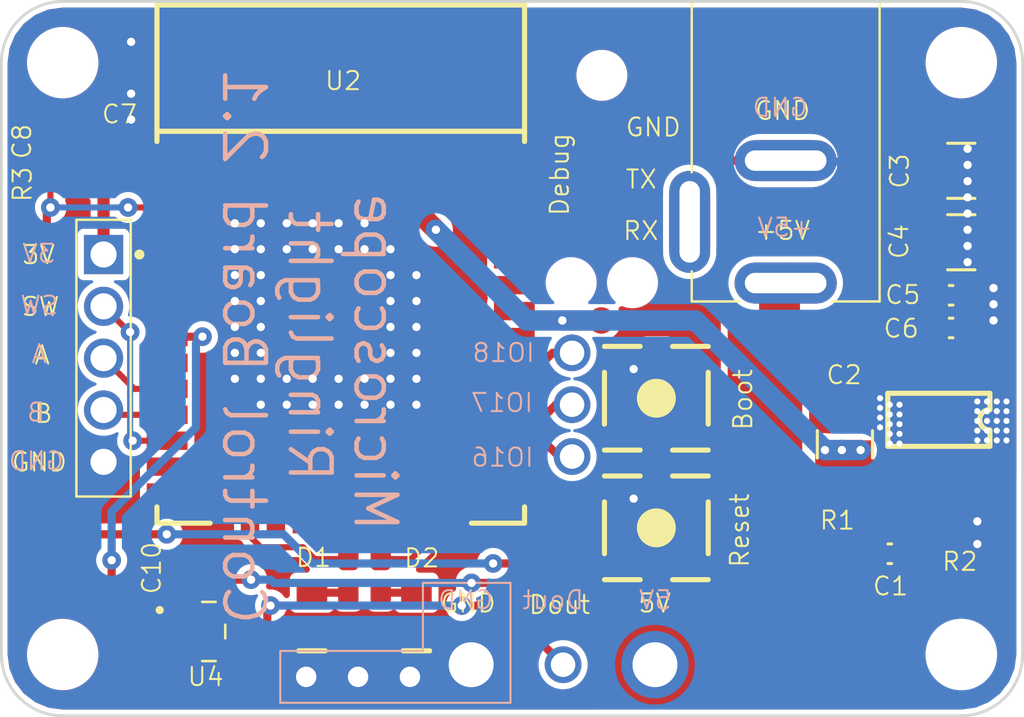
<source format=kicad_pcb>
(kicad_pcb (version 20241229) (generator "pcbnew") (generator_version "9.0")
  (layers (0 "F.Cu" signal) (2 "B.Cu" signal) (13 "F.Paste" user) (15 "B.Paste" user) (5 "F.SilkS" user "F.Silkscreen") (7 "B.SilkS" user "B.Silkscreen") (1 "F.Mask" user) (3 "B.Mask" user) (25 "Edge.Cuts" user))
  (net 0 "")
  (net 1 "3.3V")
  (net 2 "5V")
  (net 3 "GND")
  (net 4 "Net_0")
  (net 5 "Net_1")
  (net 6 "Net_2")
  (net 7 "Net_3")
  (net 8 "Net_6")
  (net 9 "Net_7")
  (net 10 "Net_8")
  (net 11 "Net_10")
  (net 12 "Net_11")
  (net 13 "Net_12")
  (net 14 "Net_13")
  (net 15 "Net_14")
  (net 16 "Net_18")
  (net 17 "Net_19")
  (net 18 "Net_20")
  (net 19 "Net_21")
  (net 20 "RX")
  (net 21 "TX")
  (footprint "CUI_PJ-035DH" (layer "F.Cu") (at 160.301033 98.303567 -90)
    (property "Reference" "J3" (hide yes))
    (property "Value" "694108301002" (hide yes))
  )
  (footprint "Pad" (layer "F.Cu") (at 143.5036 120.5986)
    (property "Reference" "Pad1" (hide yes))
    (property "Value" "PAD" (hide yes))
  )
  (footprint "Test_Pads_3_Pin" (layer "F.Cu") (at 152.9011 96.2036 90)
    (property "Reference" "J1" (hide yes))
    (property "Value" "DEBUG" (hide yes))
  )
  (footprint "SOT95P280X145-5N" (layer "F.Cu") (at 133.6611 118.3761)
    (property "Reference" "U4" (hide yes))
    (property "Value" "SN74AHCT1G125DBVR" (hide yes))
  )
  (footprint "dummyfp2" (layer "F.Cu") (at 126.5011 90.5036)
    (property "Reference" "UNK_HOLE_2" (hide yes))
    (property "Value" "")
  )
  (footprint "DIO_0805" (layer "F.Cu") (at 138.704867 117.4236 90)
    (property "Reference" "D1" (hide yes))
    (property "Value" "WiFi" (hide yes))
  )
  (footprint "RES_0603_R6" (layer "F.Cu") (at 142.074833 115.677367 -90)
    (property "Reference" "R7" (hide yes))
    (property "Value" "220R" (hide yes))
  )
  (footprint "SMD_R1.3x1.3" (layer "F.Cu") (at 152.869833 103.1361 90)
    (property "Reference" "TP1" (hide yes))
    (property "Value" "3V3" (hide yes))
  )
  (footprint "dummyfp3" (layer "F.Cu") (at 170.5011 119.5036)
    (property "Reference" "UNK_HOLE_3" (hide yes))
    (property "Value" "")
  )
  (footprint "CAP_1210_M_C3" (layer "F.Cu") (at 170.5011 95.8036)
    (property "Reference" "C3" (hide yes))
    (property "Value" "22uF" (hide yes))
  )
  (footprint "CAP_0603_M_C6" (layer "F.Cu") (at 170.0011 103.5036 -179.9987372)
    (property "Reference" "C6" (hide yes))
    (property "Value" "10nF" (hide yes))
  )
  (footprint "Pad" (layer "F.Cu") (at 140.9636 120.5986)
    (property "Reference" "Pad2" (hide yes))
    (property "Value" "PAD" (hide yes))
  )
  (footprint "SOIC-8EP_150mil" (layer "F.Cu") (at 169.4011 108.0036 -89.99852679)
    (property "Reference" "U1" (hide yes))
    (property "Value" "LP3878MR-ADJ" (hide yes))
  )
  (footprint "CAP_0603_C10" (layer "F.Cu") (at 133.502367 115.8361 180)
    (property "Reference" "C10" (hide yes))
    (property "Value" "100nF" (hide yes))
  )
  (footprint "Lead_2.00mm" (layer "F.Cu") (at 146.5011 120.0036 90)
    (property "Reference" "GND0" (hide yes))
    (property "Value" "SMD/RREC2.0X4.0" (hide yes))
  )
  (footprint "Lead_1.00mm_IO16" (layer "F.Cu") (at 151.4411 109.8036 90)
    (property "Reference" "IO16" (hide yes))
    (property "Value" "SMD/RREC2.0X4.0" (hide yes))
  )
  (footprint "ESP32-WROOM-32D" (layer "F.Cu") (at 140.1161 103.4686)
    (property "Reference" "U2" (hide yes))
    (property "Value" "ESP32-WROOM-32D" (hide yes))
  )
  (footprint "Lead_2.00mm" (layer "F.Cu") (at 155.5011 120.0036 90)
    (property "Reference" "V+0" (hide yes))
    (property "Value" "SMD/RREC2.0X4.0" (hide yes))
  )
  (footprint "CAP_0603_M" (layer "F.Cu") (at 166.9986 114.5661)
    (property "Reference" "C1" (hide yes))
    (property "Value" "100nF" (hide yes))
  )
  (footprint "CAP_1210_M" (layer "F.Cu") (at 164.8011 109.2036 90.0010523)
    (property "Reference" "C2" (hide yes))
    (property "Value" "47uF" (hide yes))
  )
  (footprint "CAP_0603_M_C5" (layer "F.Cu") (at 170.0011 101.9036 0.00336734678)
    (property "Reference" "C5" (hide yes))
    (property "Value" "100nF" (hide yes))
  )
  (footprint "dummyfp0" (layer "F.Cu") (at 170.5011 90.5036)
    (property "Reference" "UNK_HOLE_0" (hide yes))
    (property "Value" "")
  )
  (footprint "CAP_0603" (layer "F.Cu") (at 129.3011 95.4036 90.00189413)
    (property "Reference" "C7" (hide yes))
    (property "Value" "100nF" (hide yes))
  )
  (footprint "dummyfp1" (layer "F.Cu") (at 126.5011 119.5036)
    (property "Reference" "UNK_HOLE_1" (hide yes))
    (property "Value" "")
  )
  (footprint "RES_0603_R6" (layer "F.Cu") (at 140.487333 115.677367 -90)
    (property "Reference" "R6" (hide yes))
    (property "Value" "220R" (hide yes))
  )
  (footprint "Lead_1.00mm" (layer "F.Cu") (at 151.0011 120.0036 90)
    (property "Reference" "DOUT0" (hide yes))
    (property "Value" "SMD/RREC2.0X4.0" (hide yes))
  )
  (footprint "CAP_1210_M_C3" (layer "F.Cu") (at 170.5011 99.3036)
    (property "Reference" "C4" (hide yes))
    (property "Value" "22uF" (hide yes))
  )
  (footprint "Lead_1.00mm_IO16" (layer "F.Cu") (at 151.4411 104.7236 90)
    (property "Reference" "IO18" (hide yes))
    (property "Value" "SMD/RREC2.0X4.0" (hide yes))
  )
  (footprint "EVQPT9A15_S2" (layer "F.Cu") (at 155.5686 106.9461 -89.99768495)
    (property "Reference" "S2" (hide yes))
    (property "Value" "BOOT" (hide yes))
  )
  (footprint "RES_0603" (layer "F.Cu") (at 166.9986 112.9786 180)
    (property "Reference" "R1" (hide yes))
    (property "Value" "2K" (hide yes))
  )
  (footprint "Lead_1.00mm_IO16" (layer "F.Cu") (at 151.4411 107.2636 90)
    (property "Reference" "IO17" (hide yes))
    (property "Value" "SMD/RREC2.0X4.0" (hide yes))
  )
  (footprint "RHDRV5W80P254_5X1_1320X250H875_AP1" (layer "F.Cu") (at 128.501233 99.9036 -90)
    (property "Reference" "J2" (hide yes))
    (property "Value" "ROTARY ENCODER" (hide yes))
  )
  (footprint "DIO_0805" (layer "F.Cu") (at 143.8211 117.4236 90)
    (property "Reference" "D2" (hide yes))
    (property "Value" "Power" (hide yes))
  )
  (footprint "Pad" (layer "F.Cu") (at 138.4236 120.5986)
    (property "Reference" "Pad3" (hide yes))
    (property "Value" "PAD" (hide yes))
  )
  (footprint "RES_0603_R3" (layer "F.Cu") (at 126.7011 96.3036 0.00252550988)
    (property "Reference" "R3" (hide yes))
    (property "Value" "10K" (hide yes))
  )
  (footprint "EVQPT9A15" (layer "F.Cu") (at 155.5686 113.2961 90)
    (property "Reference" "S1" (hide yes))
    (property "Value" "RESET" (hide yes))
  )
  (footprint "RES_0603_R2" (layer "F.Cu") (at 170.4911 112.9786 -179.9987372)
    (property "Reference" "R2" (hide yes))
    (property "Value" "1K" (hide yes))
  )
  (footprint "CAP_0603_C8" (layer "F.Cu") (at 126.7011 94.5036 0.001683672972)
    (property "Reference" "C8" (hide yes))
    (property "Value" "100nF" (hide yes))
  )
  (gr_line (start 137.1541 119.3286) (end 144.1391 119.3286) (stroke (width 0.1)) (layer "B.SilkS"))
  (gr_line (start 148.4251 121.8686) (end 137.1541 121.8686) (stroke (width 0.1)) (layer "B.SilkS"))
  (gr_line (start 144.1391 119.3286) (end 144.1391 115.9946) (stroke (width 0.1)) (layer "B.SilkS"))
  (gr_line (start 144.1391 115.9946) (end 148.4251 115.9946) (stroke (width 0.1)) (layer "B.SilkS"))
  (gr_line (start 137.1541 121.8686) (end 137.1541 119.3286) (stroke (width 0.1)) (layer "B.SilkS"))
  (gr_line (start 148.4251 115.9946) (end 148.4251 121.8686) (stroke (width 0.1)) (layer "B.SilkS"))
  (gr_arc (start 173.501099 119.5036) (mid 172.622433 121.624933) (end 170.5011 122.5036) (stroke (width 0.14)) (layer "Edge.Cuts"))
  (gr_arc (start 126.501099 122.5036) (mid 124.379766 121.624933) (end 123.5011 119.5036) (stroke (width 0.14)) (layer "Edge.Cuts"))
  (gr_arc (start 170.501099 87.5036) (mid 172.622433 88.382266) (end 173.5011 90.5036) (stroke (width 0.14)) (layer "Edge.Cuts"))
  (gr_arc (start 123.501099 90.5036) (mid 124.379766 88.382266) (end 126.5011 87.5036) (stroke (width 0.14)) (layer "Edge.Cuts"))
  (gr_line (start 123.5011 90.5036) (end 123.5011 119.5036) (stroke (width 0.14)) (layer "Edge.Cuts"))
  (gr_line (start 173.5011 119.5036) (end 173.5011 90.5036) (stroke (width 0.14)) (layer "Edge.Cuts"))
  (gr_line (start 126.5011 122.5036) (end 170.5011 122.5036) (stroke (width 0.14)) (layer "Edge.Cuts"))
  (gr_line (start 170.5011 87.5036) (end 126.5011 87.5036) (stroke (width 0.14)) (layer "Edge.Cuts"))
  (gr_text "" (at 149.1161 113.0686 0) (layer "F.SilkS") (effects (font (size 0.001 0.001)) (justify left)))
  (gr_text "" (at 154.6161 114.2486 90) (layer "F.SilkS") (effects (font (size 0.001 0.001)) (justify left)))
  (gr_text "RX" (at 153.875 98.225 0) (layer "F.SilkS") (effects (font (size 0.8883 0.8883) (thickness 0.0987)) (justify left top)))
  (gr_text "" (at 154.7751 109.4866 270.0023151) (layer "F.SilkS") (effects (font (size 0.001 0.001)) (justify left)))
  (gr_text "R3" (at 125.05 97.4 90) (layer "F.SilkS") (effects (font (size 0.8883 0.8883) (thickness 0.0987)) (justify left bottom)))
  (gr_text "" (at 158.1091 109.4866 270.0023151) (layer "F.SilkS") (effects (font (size 0.001 0.001)) (justify left)))
  (gr_text "R2" (at 169.4951 115.4696 0.001262754521) (layer "F.SilkS") (effects (font (size 0.8883 0.8883) (thickness 0.0987)) (justify left bottom)))
  (gr_text "" (at 153.0281 112.0256 90) (layer "F.SilkS") (effects (font (size 0.001 0.001)) (justify left)))
  (gr_text "" (at 153.0281 110.7556 90) (layer "F.SilkS") (effects (font (size 0.001 0.001)) (justify left)))
  (gr_text "" (at 158.1091 115.8366 90) (layer "F.SilkS") (effects (font (size 0.001 0.001)) (justify left)))
  (gr_text "Dout" (at 149.2601 116.5476 0) (layer "F.SilkS") (effects (font (size 0.8883 0.8883) (thickness 0.0987)) (justify left top)))
  (gr_text "C2" (at 163.825 106.325 0) (layer "F.SilkS") (effects (font (size 0.8883 0.8883) (thickness 0.0987)) (justify left bottom)))
  (gr_text "C8" (at 125.025 95.3 90) (layer "F.SilkS") (effects (font (size 0.8883 0.8883) (thickness 0.0987)) (justify left bottom)))
  (gr_text "3V" (at 124.45 99.4 0) (layer "F.SilkS") (effects (font (size 0.8883 0.8883) (thickness 0.0987)) (justify left top)))
  (gr_text "C7" (at 128.35 93.55 0) (layer "F.SilkS") (effects (font (size 0.8883 0.8883) (thickness 0.0987)) (justify left bottom)))
  (gr_text "5V" (at 154.6161 116.4716 0) (layer "F.SilkS") (effects (font (size 0.8883 0.8883) (thickness 0.0987)) (justify left top)))
  (gr_text "" (at 156.3621 110.7556 90) (layer "F.SilkS") (effects (font (size 0.001 0.001)) (justify left)))
  (gr_text "" (at 153.0281 104.4056 270.0023151) (layer "F.SilkS") (effects (font (size 0.001 0.001)) (justify left)))
  (gr_text "" (at 144.4711 119.3226 90) (layer "F.SilkS") (effects (font (size 0.001 0.001)) (justify left)))
  (gr_text "" (at 158.1091 112.0256 90) (layer "F.SilkS") (effects (font (size 0.001 0.001)) (justify left)))
  (gr_text "GND" (at 123.938 109.56 0) (layer "F.SilkS") (effects (font (size 0.8883 0.8883) (thickness 0.0987)) (justify left top)))
  (gr_text "" (at 131.1161 93.8686 0) (layer "F.SilkS") (effects (font (size 0.001 0.001)) (justify left)))
  (gr_text "" (at 154.7751 115.8366 90) (layer "F.SilkS") (effects (font (size 0.001 0.001)) (justify left)))
  (gr_text "" (at 149.1161 93.8686 0) (layer "F.SilkS") (effects (font (size 0.001 0.001)) (justify left)))
  (gr_text "C4" (at 167.975 100.2 90) (layer "F.SilkS") (effects (font (size 0.8883 0.8883) (thickness 0.0987)) (justify left bottom)))
  (gr_text "C10" (at 131.375 116.625 90) (layer "F.SilkS") (effects (font (size 0.8883 0.8883) (thickness 0.0987)) (justify left bottom)))
  (gr_text "SW" (at 124.414 101.94 0) (layer "F.SilkS") (effects (font (size 0.8883 0.8883) (thickness 0.0987)) (justify left top)))
  (gr_text "" (at 156.3621 104.4056 270.0023151) (layer "F.SilkS") (effects (font (size 0.001 0.001)) (justify left)))
  (gr_text "GND" (at 160.3311 92.3406 0) (layer "F.SilkS") (effects (font (size 0.8883 0.8883) (thickness 0.0987)) (justify left top)))
  (gr_text "D1" (at 137.85 115.275 0) (layer "F.SilkS") (effects (font (size 0.8883 0.8883) (thickness 0.0987)) (justify left bottom)))
  (gr_text "" (at 156.5211 105.9936 270.0023151) (layer "F.SilkS") (effects (font (size 0.001 0.001)) (justify left)))
  (gr_text "C5" (at 166.7 102.4 0.003367346778) (layer "F.SilkS") (effects (font (size 0.8883 0.8883) (thickness 0.0987)) (justify left bottom)))
  (gr_text "GND" (at 154 93.15 0) (layer "F.SilkS") (effects (font (size 0.8883 0.8883) (thickness 0.0987)) (justify left top)))
  (gr_text "" (at 171.9011 107.5036 270.0014732) (layer "F.SilkS") (effects (font (size 0.001 0.001)) (justify left)))
  (gr_text "R1" (at 163.5 113.45 0) (layer "F.SilkS") (effects (font (size 0.8883 0.8883) (thickness 0.0987)) (justify left bottom)))
  (gr_text "C6" (at 166.6241 104.05 0.001262754521) (layer "F.SilkS") (effects (font (size 0.8883 0.8883) (thickness 0.0987)) (justify left bottom)))
  (gr_text "" (at 171.9011 107.5036 270.0014732) (layer "F.SilkS") (effects (font (size 0.001 0.001)) (justify left)))
  (gr_text "" (at 153.0281 108.2166 270.0023151) (layer "F.SilkS") (effects (font (size 0.001 0.001)) (justify left)))
  (gr_text "B" (at 125.049 107.179 0) (layer "F.SilkS") (effects (font (size 0.8883 0.8883) (thickness 0.0987)) (justify left top)))
  (gr_text "" (at 149.1161 112.2686 0) (layer "F.SilkS") (effects (font (size 0.001 0.001)) (justify left)))
  (gr_text "TX" (at 154 95.7 0) (layer "F.SilkS") (effects (font (size 0.8883 0.8883) (thickness 0.0987)) (justify left top)))
  (gr_text "U2" (at 139.2791 91.9136 0) (layer "F.SilkS") (effects (font (size 0.8883 0.8883) (thickness 0.0987)) (justify left bottom)))
  (gr_text "GND" (at 144.9321 116.4706 0) (layer "F.SilkS") (effects (font (size 0.8883 0.8883) (thickness 0.0987)) (justify left top)))
  (gr_text "" (at 166.9011 106.7036 270.0014732) (layer "F.SilkS") (effects (font (size 0.001 0.001)) (justify left)))
  (gr_text "C3" (at 168 96.75 90) (layer "F.SilkS") (effects (font (size 0.8883 0.8883) (thickness 0.0987)) (justify left bottom)))
  (gr_text "C1" (at 166.1 116.675 0) (layer "F.SilkS") (effects (font (size 0.8883 0.8883) (thickness 0.0987)) (justify left bottom)))
  (gr_text "" (at 139.3541 119.3226 90) (layer "F.SilkS") (effects (font (size 0.001 0.001)) (justify left)))
  (gr_text "" (at 131.1161 113.0686 0) (layer "F.SilkS") (effects (font (size 0.001 0.001)) (justify left)))
  (gr_text "" (at 131.1161 112.2686 0) (layer "F.SilkS") (effects (font (size 0.001 0.001)) (justify left)))
  (gr_text "D2" (at 143.15 115.3 0) (layer "F.SilkS") (effects (font (size 0.8883 0.8883) (thickness 0.0987)) (justify left bottom)))
  (gr_text "" (at 171.9011 106.7036 270.0014732) (layer "F.SilkS") (effects (font (size 0.001 0.001)) (justify left)))
  (gr_text "A" (at 125.049 104.321 0) (layer "F.SilkS") (effects (font (size 0.8883 0.8883) (thickness 0.0987)) (justify left top)))
  (gr_text "U4" (at 132.5491 120.0756 0) (layer "F.SilkS") (effects (font (size 0.8883 0.8883) (thickness 0.0987)) (justify left top)))
  (gr_text "" (at 171.9011 108.5036 270.0014732) (layer "F.SilkS") (effects (font (size 0.001 0.001)) (justify left)))
  (gr_text "" (at 171.9011 109.3036 270.0014732) (layer "F.SilkS") (effects (font (size 0.001 0.001)) (justify left)))
  (gr_text "+5V" (at 160.3311 98.2146 0) (layer "F.SilkS") (effects (font (size 0.8883 0.8883) (thickness 0.0987)) (justify left top)))
  (gr_text "" (at 131.1161 93.8686 0) (layer "F.SilkS") (effects (font (size 0.001 0.001)) (justify left)))
  (gr_text "" (at 158.1091 108.2156 270.0023151) (layer "F.SilkS") (effects (font (size 0.001 0.001)) (justify left)))
  (gr_text "Microscope \nRinglight\nControl Board 2.1" (at 134.2 104.4 -90) (layer "B.SilkS") (effects (font (size 1.998 1.998) (thickness 0.222)) (justify bottom mirror)))
  (gr_text "SW" (at 126.351 101.88 -360) (layer "B.SilkS") (effects (font (size 0.8883 0.8883) (thickness 0.0987)) (justify left top mirror)))
  (gr_text "A" (at 125.798 104.261 -360) (layer "B.SilkS") (effects (font (size 0.8883 0.8883) (thickness 0.0987)) (justify left top mirror)))
  (gr_text "IO18" (at 149.675 104.2 -360) (layer "B.SilkS") (effects (font (size 0.8883 0.8883) (thickness 0.0987)) (justify left top mirror)))
  (gr_text "IO17" (at 149.6 106.65 -360) (layer "B.SilkS") (effects (font (size 0.8883 0.8883) (thickness 0.0987)) (justify left top mirror)))
  (gr_text "Dout" (at 152.0781 116.3126 -360) (layer "B.SilkS") (effects (font (size 0.8883 0.8883) (thickness 0.0987)) (justify left top mirror)))
  (gr_text "GND" (at 147.6501 116.3126 -360) (layer "B.SilkS") (effects (font (size 0.8883 0.8883) (thickness 0.0987)) (justify left top mirror)))
  (gr_text "+5V" (at 163.2911 98.0566 -360) (layer "B.SilkS") (effects (font (size 0.8883 0.8883) (thickness 0.0987)) (justify left top mirror)))
  (gr_text "GND" (at 126.625 109.5 -360) (layer "B.SilkS") (effects (font (size 0.8883 0.8883) (thickness 0.0987)) (justify left top mirror)))
  (gr_text "3V" (at 126.191 99.34 -360) (layer "B.SilkS") (effects (font (size 0.8883 0.8883) (thickness 0.0987)) (justify left top mirror)))
  (gr_text "5V" (at 156.3871 116.3126 -360) (layer "B.SilkS") (effects (font (size 0.8883 0.8883) (thickness 0.0987)) (justify left top mirror)))
  (gr_text "GND" (at 163.0481 92.1826 -360) (layer "B.SilkS") (effects (font (size 0.8883 0.8883) (thickness 0.0987)) (justify left top mirror)))
  (gr_text "IO16" (at 149.625 109.325 -360) (layer "B.SilkS") (effects (font (size 0.8883 0.8883) (thickness 0.0987)) (justify left top mirror)))
  (gr_text "B" (at 125.7 107.119 -360) (layer "B.SilkS") (effects (font (size 0.8883 0.8883) (thickness 0.0987)) (justify left top mirror)))
  (segment (start 129.376133 96.3286) (end 129.301133 96.2536) (width 0.6) (layer "F.Cu") (net 1))
  (segment (start 142.4111 96.3286) (end 131.6161 96.3286) (width 1) (layer "F.Cu") (net 1))
  (segment (start 152.869833 103.1361) (end 152.869833 103.1361) (width 1) (layer "F.Cu") (net 1))
  (segment (start 144.7736 98.6911) (end 142.4111 96.3286) (width 1) (layer "F.Cu") (net 1))
  (segment (start 128.501233 96.2536) (end 129.301133 96.2536) (width 0.6) (layer "F.Cu") (net 1))
  (segment (start 165.7011 110.7286) (end 164.801133 110.7286) (width 0.4) (layer "F.Cu") (net 1))
  (segment (start 164.826067 110.703633) (end 164.801133 110.7286) (width 0.4) (layer "F.Cu") (net 1))
  (segment (start 164.801133 110.463633) (end 163.8236 109.4861) (width 1) (layer "F.Cu") (net 1))
  (segment (start 166.1486 112.9786) (end 166.1486 111.1761) (width 0.4) (layer "F.Cu") (net 1))
  (segment (start 164.801133 110.7286) (end 165.569833 110.7286) (width 1) (layer "F.Cu") (net 1))
  (segment (start 165.569833 110.7286) (end 165.569833 109.4861) (width 1) (layer "F.Cu") (net 1))
  (segment (start 128.501233 99.9036) (end 128.501233 96.2536) (width 0.6) (layer "F.Cu") (net 1))
  (segment (start 166.1486 111.1761) (end 165.7011 110.7286) (width 0.4) (layer "F.Cu") (net 1))
  (segment (start 164.801133 110.7286) (end 164.801133 110.463633) (width 1) (layer "F.Cu") (net 1))
  (segment (start 164.801133 110.7286) (end 164.801133 109.6331) (width 1) (layer "F.Cu") (net 1))
  (segment (start 152.869833 103.1361) (end 150.964833 103.1361) (width 1) (layer "F.Cu") (net 1))
  (segment (start 127.601067 96.2536) (end 127.5511 96.303567) (width 0.6) (layer "F.Cu") (net 1))
  (segment (start 166.1986 114.5661) (end 166.1986 113.0286) (width 0.4) (layer "F.Cu") (net 1))
  (segment (start 164.801133 109.6331) (end 164.654133 109.4861) (width 1) (layer "F.Cu") (net 1))
  (segment (start 129.301133 96.2536) (end 127.601067 96.2536) (width 0.6) (layer "F.Cu") (net 1))
  (segment (start 166.1986 113.0286) (end 166.1486 112.9786) (width 0.4) (layer "F.Cu") (net 1))
  (segment (start 167.496167 110.703633) (end 164.826067 110.703633) (width 0.4) (layer "F.Cu") (net 1))
  (segment (start 131.6161 96.3286) (end 129.376133 96.3286) (width 0.6) (layer "F.Cu") (net 1))
  (via (at 144.7736 98.6911) (size 0.914) (drill 0.406) (layers "F.Cu" "B.Cu") (net 1))
  (via (at 150.964833 103.1361) (size 0.914) (drill 0.406) (layers "F.Cu" "B.Cu") (net 1))
  (via (at 164.654133 109.4861) (size 0.914) (drill 0.406) (layers "F.Cu" "B.Cu") (net 1))
  (via (at 150.964833 103.1361) (size 0.914) (drill 0.406) (layers "F.Cu" "B.Cu") (net 1))
  (via (at 163.8236 109.4861) (size 0.914) (drill 0.406) (layers "F.Cu" "B.Cu") (net 1))
  (via (at 165.569833 109.4861) (size 0.914) (drill 0.406) (layers "F.Cu" "B.Cu") (net 1))
  (segment (start 164.654133 109.4861) (end 163.8236 109.4861) (width 1) (layer "B.Cu") (net 1))
  (segment (start 149.2186 103.1361) (end 144.7736 98.6911) (width 1) (layer "B.Cu") (net 1))
  (segment (start 163.8236 109.4861) (end 157.4736 103.1361) (width 1) (layer "B.Cu") (net 1))
  (segment (start 157.4736 103.1361) (end 150.964833 103.1361) (width 1) (layer "B.Cu") (net 1))
  (segment (start 150.964833 103.1361) (end 149.2186 103.1361) (width 1) (layer "B.Cu") (net 1))
  (segment (start 165.569833 109.4861) (end 164.654133 109.4861) (width 1) (layer "B.Cu") (net 1))
  (segment (start 152.234833 115.994867) (end 155.5011 119.261133) (width 0.4) (layer "F.Cu") (net 2))
  (segment (start 171.602367 115.994833) (end 162.077367 115.994833) (width 0.4) (layer "F.Cu") (net 2))
  (segment (start 172.026067 110.703567) (end 172.7136 111.3911) (width 0.4) (layer "F.Cu") (net 2))
  (segment (start 167.792367 101.8661) (end 169.163567 101.8661) (width 0.4) (layer "F.Cu") (net 2))
  (segment (start 162.077367 115.994833) (end 161.6011 116.4711) (width 2) (layer "F.Cu") (net 2))
  (segment (start 171.306167 110.703567) (end 172.026067 110.703567) (width 0.4) (layer "F.Cu") (net 2))
  (segment (start 169.2011 99.5286) (end 168.9761 99.3036) (width 0.4) (layer "F.Cu") (net 2))
  (segment (start 161.6011 101.6035) (end 161.901033 101.303567) (width 2) (layer "F.Cu") (net 2))
  (segment (start 161.6011 116.4711) (end 161.6011 105.303633) (width 2) (layer "F.Cu") (net 2))
  (segment (start 168.9761 99.3036) (end 168.9761 95.8036) (width 0.4) (layer "F.Cu") (net 2))
  (segment (start 167.496033 102.162433) (end 167.792367 101.8661) (width 0.4) (layer "F.Cu") (net 2))
  (segment (start 158.0686 120.0036) (end 161.6011 116.4711) (width 2) (layer "F.Cu") (net 2))
  (segment (start 161.6011 105.303633) (end 161.6011 101.6035) (width 2) (layer "F.Cu") (net 2))
  (segment (start 134.454833 115.938533) (end 134.352367 115.836067) (width 0.4) (layer "F.Cu") (net 2))
  (segment (start 167.496033 105.303633) (end 167.496033 102.162433) (width 0.4) (layer "F.Cu") (net 2))
  (segment (start 172.7136 111.3911) (end 172.7136 114.8836) (width 0.4) (layer "F.Cu") (net 2))
  (segment (start 167.496033 105.303633) (end 161.6011 105.303633) (width 0.4) (layer "F.Cu") (net 2))
  (segment (start 146.519867 115.994867) (end 152.234833 115.994867) (width 0.4) (layer "F.Cu") (net 2))
  (segment (start 169.2011 101.903633) (end 169.2011 99.5286) (width 0.4) (layer "F.Cu") (net 2))
  (segment (start 172.7136 114.8836) (end 171.602367 115.994833) (width 0.4) (layer "F.Cu") (net 2))
  (segment (start 134.352367 115.836067) (end 135.724833 115.836067) (width 0.4) (layer "F.Cu") (net 2))
  (segment (start 134.9161 117.4261) (end 134.9161 117.091133) (width 0.4) (layer "F.Cu") (net 2))
  (segment (start 155.5011 120.0036) (end 158.0686 120.0036) (width 2) (layer "F.Cu") (net 2))
  (segment (start 134.9161 117.091133) (end 134.454833 116.629867) (width 0.4) (layer "F.Cu") (net 2))
  (segment (start 155.5011 119.261133) (end 155.5011 120.0036) (width 0.4) (layer "F.Cu") (net 2))
  (segment (start 134.454833 116.629867) (end 134.454833 115.938533) (width 0.4) (layer "F.Cu") (net 2))
  (segment (start 169.163567 101.8661) (end 169.2011 101.903633) (width 0.4) (layer "F.Cu") (net 2))
  (via (at 135.724833 115.836067) (size 0.914) (drill 0.406) (layers "F.Cu" "B.Cu") (net 2))
  (via (at 146.519867 115.994867) (size 0.914) (drill 0.406) (layers "F.Cu" "B.Cu") (net 2))
  (segment (start 136.6773 115.836067) (end 136.8361 115.994867) (width 0.4) (layer "B.Cu") (net 2))
  (segment (start 135.724833 115.836067) (end 136.6773 115.836067) (width 0.4) (layer "B.Cu") (net 2))
  (segment (start 135.724833 115.836067) (end 135.724833 115.836067) (width 0.4) (layer "B.Cu") (net 2))
  (segment (start 136.8361 115.994867) (end 146.519867 115.994867) (width 0.4) (layer "B.Cu") (net 2))
  (segment (start 132.652333 112.5686) (end 129.0661 112.5686) (width 0.3) (layer "F.Cu") (net 3))
  (segment (start 172.0786 101.5486) (end 172.0786 101.5486) (width 0.4) (layer "F.Cu") (net 3))
  (segment (start 168.766033 105.3036) (end 168.766033 103.9387) (width 0.4) (layer "F.Cu") (net 3))
  (segment (start 158.601067 95.303567) (end 161.901033 95.303567) (width 0.4) (layer "F.Cu") (net 3))
  (segment (start 165.126067 108.0036) (end 164.801067 107.6786) (width 0.4) (layer "F.Cu") (net 3))
  (segment (start 138.704867 118.3736) (end 138.704867 120.317333) (width 0.4) (layer "F.Cu") (net 3))
  (segment (start 152.9011 93.6636) (end 156.9611 93.6636) (width 0.4) (layer "F.Cu") (net 3))
  (segment (start 169.3011 108.0036) (end 171.284833 108.0036) (width 0.4) (layer "F.Cu") (net 3))
  (segment (start 143.8211 120.2811) (end 143.5036 120.5986) (width 0.4) (layer "F.Cu") (net 3))
  (segment (start 168.766033 107.468533) (end 169.3011 108.0036) (width 0.4) (layer "F.Cu") (net 3))
  (segment (start 139.1161 102.5636) (end 139.1161 104.3986) (width 0.3) (layer "F.Cu") (net 3))
  (segment (start 132.867367 120.9161) (end 133.6611 120.9161) (width 0.4) (layer "F.Cu") (net 3))
  (segment (start 153.3686 111.4461) (end 153.3686 111.4461) (width 0.4) (layer "F.Cu") (net 3))
  (segment (start 132.652367 115.836133) (end 132.652367 112.5686) (width 0.4) (layer "F.Cu") (net 3))
  (segment (start 156.9611 93.6636) (end 158.601067 95.303567) (width 0.4) (layer "F.Cu") (net 3))
  (segment (start 143.8211 104.7236) (end 146.202367 104.3036) (width 0.3) (layer "F.Cu") (net 3))
  (segment (start 154.457367 105.517333) (end 154.457367 105.096167) (width 0.4) (layer "F.Cu") (net 3))
  (segment (start 171.7611 107.5811) (end 171.8405 107.660467) (width 0.4) (layer "F.Cu") (net 3))
  (segment (start 172.3961 102.221067) (end 172.0786 101.903567) (width 0.4) (layer "F.Cu") (net 3))
  (segment (start 171.7611 108.057333) (end 171.497367 108.0036) (width 0.4) (layer "F.Cu") (net 3))
  (segment (start 166.9986 108.0036) (end 166.522367 108.0036) (width 0.4) (layer "F.Cu") (net 3))
  (segment (start 140.9511 104.3986) (end 140.9511 104.3986) (width 0.3) (layer "F.Cu") (net 3))
  (segment (start 137.2811 104.3986) (end 139.1161 104.3986) (width 0.3) (layer "F.Cu") (net 3))
  (segment (start 157.768367 105.096167) (end 157.768533 105.096) (width 0.4) (layer "F.Cu") (net 3))
  (segment (start 140.9511 100.7286) (end 139.1161 100.7286) (width 0.3) (layer "F.Cu") (net 3))
  (segment (start 171.8405 107.660467) (end 172.0786 107.422367) (width 0.4) (layer "F.Cu") (net 3))
  (segment (start 154.457367 105.096167) (end 157.768367 105.096167) (width 0.4) (layer "F.Cu") (net 3))
  (segment (start 140.9636 120.5986) (end 140.9636 118.3736) (width 0.4) (layer "F.Cu") (net 3))
  (segment (start 143.8211 118.3736) (end 140.9636 118.3736) (width 0.4) (layer "F.Cu") (net 3))
  (segment (start 166.9986 108.2161) (end 166.9986 108.0036) (width 0.4) (layer "F.Cu") (net 3))
  (segment (start 143.8211 118.3736) (end 143.8211 120.2811) (width 0.4) (layer "F.Cu") (net 3))
  (segment (start 167.474867 108.0036) (end 166.9986 108.0036) (width 0.4) (layer "F.Cu") (net 3))
  (segment (start 166.522367 107.8986) (end 166.522367 108.0036) (width 0.4) (layer "F.Cu") (net 3))
  (segment (start 172.0786 102.342333) (end 172.3961 102.221067) (width 0.4) (layer "F.Cu") (net 3))
  (segment (start 142.5511 104.7236) (end 142.5511 104.3036) (width 0.3) (layer "F.Cu") (net 3))
  (segment (start 168.766033 105.3036) (end 168.766033 107.468533) (width 0.4) (layer "F.Cu") (net 3))
  (segment (start 151.7411 93.6636) (end 152.9011 93.6636) (width 0.4) (layer "F.Cu") (net 3))
  (segment (start 137.4711 107.2636) (end 137.2811 107.2636) (width 0.3) (layer "F.Cu") (net 3))
  (segment (start 172.0786 107.422367) (end 172.3961 107.104867) (width 0.4) (layer "F.Cu") (net 3))
  (segment (start 129.301067 94.5536) (end 127.601133 94.5536) (width 0.3) (layer "F.Cu") (net 3))
  (segment (start 154.457367 111.867333) (end 154.457367 111.4461) (width 0.4) (layer "F.Cu") (net 3))
  (segment (start 139.1161 104.3986) (end 139.1161 104.3986) (width 0.3) (layer "F.Cu") (net 3))
  (segment (start 150.3461 95.0586) (end 151.7411 93.6636) (width 0.4) (layer "F.Cu") (net 3))
  (segment (start 170.8011 101.903567) (end 172.0786 101.903567) (width 0.4) (layer "F.Cu") (net 3))
  (segment (start 132.4061 120.454833) (end 132.867367 120.9161) (width 0.4) (layer "F.Cu") (net 3))
  (segment (start 132.652367 112.5686) (end 132.652333 112.5686) (width 0.4) (layer "F.Cu") (net 3))
  (segment (start 148.6161 95.0586) (end 146.202367 95.0586) (width 0.3) (layer "F.Cu") (net 3))
  (segment (start 130.5561 95.0586) (end 130.0511 94.5536) (width 0.3) (layer "F.Cu") (net 3))
  (segment (start 157.7686 111.867333) (end 154.457367 111.867333) (width 0.4) (layer "F.Cu") (net 3))
  (segment (start 172.237367 107.5811) (end 172.0786 107.422367) (width 0.4) (layer "F.Cu") (net 3))
  (segment (start 138.704867 120.317333) (end 138.4236 120.5986) (width 0.4) (layer "F.Cu") (net 3))
  (segment (start 128.501233 112.003733) (end 128.501233 110.0636) (width 0.3) (layer "F.Cu") (net 3))
  (segment (start 172.0786 99.3561) (end 172.0261 99.3036) (width 0.4) (layer "F.Cu") (net 3))
  (segment (start 168.766033 103.9387) (end 169.2011 103.503633) (width 0.4) (layer "F.Cu") (net 3))
  (segment (start 131.6161 95.0586) (end 130.5561 95.0586) (width 0.3) (layer "F.Cu") (net 3))
  (segment (start 172.0786 101.5486) (end 172.0786 99.3561) (width 0.4) (layer "F.Cu") (net 3))
  (segment (start 146.202367 95.0586) (end 146.202367 104.3036) (width 0.3) (layer "F.Cu") (net 3))
  (segment (start 140.9511 104.3986) (end 140.9511 102.5636) (width 0.3) (layer "F.Cu") (net 3))
  (segment (start 130.0511 94.5536) (end 129.301067 94.5536) (width 0.3) (layer "F.Cu") (net 3))
  (segment (start 171.284833 112.9786) (end 171.284833 112.978567) (width 0.4) (layer "F.Cu") (net 3))
  (segment (start 137.2811 107.2636) (end 137.2811 107.5236) (width 0.3) (layer "F.Cu") (net 3))
  (segment (start 171.497367 108.0036) (end 171.8405 107.660467) (width 0.4) (layer "F.Cu") (net 3))
  (segment (start 127.601133 94.5536) (end 127.5511 94.503567) (width 0.3) (layer "F.Cu") (net 3))
  (segment (start 132.4061 117.4261) (end 132.4061 116.0824) (width 0.4) (layer "F.Cu") (net 3))
  (segment (start 172.3961 107.104867) (end 172.3961 103.1361) (width 0.4) (layer "F.Cu") (net 3))
  (segment (start 166.9986 107.2636) (end 166.9986 108.0036) (width 0.4) (layer "F.Cu") (net 3))
  (segment (start 137.2811 100.7286) (end 137.2811 102.5636) (width 0.3) (layer "F.Cu") (net 3))
  (segment (start 137.2811 102.5636) (end 137.2811 104.3986) (width 0.3) (layer "F.Cu") (net 3))
  (segment (start 153.368533 105.517333) (end 154.457367 105.517333) (width 0.4) (layer "F.Cu") (net 3))
  (segment (start 157.7686 111.4461) (end 157.7686 111.867333) (width 0.4) (layer "F.Cu") (net 3))
  (segment (start 133.6611 117.7411) (end 133.6611 120.9161) (width 0.4) (layer "F.Cu") (net 3))
  (segment (start 132.4061 119.3261) (end 132.4061 120.454833) (width 0.4) (layer "F.Cu") (net 3))
  (segment (start 134.4011 110.4036) (end 134.4011 112.5686) (width 0.3) (layer "F.Cu") (net 3))
  (segment (start 167.474867 108.2161) (end 167.474867 108.0036) (width 0.4) (layer "F.Cu") (net 3))
  (segment (start 140.9636 118.3736) (end 138.704867 118.3736) (width 0.4) (layer "F.Cu") (net 3))
  (segment (start 171.3411 112.978567) (end 171.284833 112.978567) (width 0.4) (layer "F.Cu") (net 3))
  (segment (start 133.3461 117.4261) (end 133.6611 117.7411) (width 0.4) (layer "F.Cu") (net 3))
  (segment (start 133.6611 120.9161) (end 138.1061 120.9161) (width 0.4) (layer "F.Cu") (net 3))
  (segment (start 138.1061 120.9161) (end 138.4236 120.5986) (width 0.4) (layer "F.Cu") (net 3))
  (segment (start 142.5511 104.3036) (end 140.9511 104.3036) (width 0.3) (layer "F.Cu") (net 3))
  (segment (start 153.368533 105.0962) (end 153.368533 105.517333) (width 0.4) (layer "F.Cu") (net 3))
  (segment (start 172.0786 103.1361) (end 172.3961 103.1361) (width 0.4) (layer "F.Cu") (net 3))
  (segment (start 129.0661 112.5686) (end 128.501233 112.003733) (width 0.3) (layer "F.Cu") (net 3))
  (segment (start 146.202367 104.3036) (end 142.5511 104.3036) (width 0.3) (layer "F.Cu") (net 3))
  (segment (start 137.2811 105.9936) (end 137.2811 107.2636) (width 0.3) (layer "F.Cu") (net 3))
  (segment (start 171.284833 112.978567) (end 171.284833 114.089867) (width 0.4) (layer "F.Cu") (net 3))
  (segment (start 139.1161 100.7286) (end 139.1161 102.5636) (width 0.3) (layer "F.Cu") (net 3))
  (segment (start 132.4061 117.4261) (end 133.3461 117.4261) (width 0.4) (layer "F.Cu") (net 3))
  (segment (start 148.6161 95.0586) (end 150.3461 95.0586) (width 0.4) (layer "F.Cu") (net 3))
  (segment (start 137.4711 105.9936) (end 137.2811 105.9936) (width 0.3) (layer "F.Cu") (net 3))
  (segment (start 154.457367 111.4461) (end 153.3686 111.4461) (width 0.4) (layer "F.Cu") (net 3))
  (segment (start 171.284833 108.0036) (end 171.497367 108.0036) (width 0.4) (layer "F.Cu") (net 3))
  (segment (start 139.1161 100.7286) (end 139.1161 100.7286) (width 0.3) (layer "F.Cu") (net 3))
  (segment (start 137.2811 104.3986) (end 137.2811 105.9936) (width 0.3) (layer "F.Cu") (net 3))
  (segment (start 137.2811 107.5236) (end 134.4011 110.4036) (width 0.3) (layer "F.Cu") (net 3))
  (segment (start 140.9511 104.3036) (end 140.9511 100.7286) (width 0.3) (layer "F.Cu") (net 3))
  (segment (start 140.9511 102.5636) (end 140.9511 100.7286) (width 0.3) (layer "F.Cu") (net 3))
  (segment (start 139.1161 104.3986) (end 140.9511 104.3986) (width 0.3) (layer "F.Cu") (net 3))
  (segment (start 171.284833 108.057333) (end 171.284833 108.0036) (width 0.4) (layer "F.Cu") (net 3))
  (segment (start 172.0786 101.903567) (end 172.0786 101.5486) (width 0.4) (layer "F.Cu") (net 3))
  (segment (start 132.4061 116.0824) (end 132.652367 115.836133) (width 0.4) (layer "F.Cu") (net 3))
  (segment (start 166.522367 108.0036) (end 165.126067 108.0036) (width 0.4) (layer "F.Cu") (net 3))
  (segment (start 172.237367 107.104867) (end 172.3961 107.104867) (width 0.4) (layer "F.Cu") (net 3))
  (segment (start 172.0261 99.3036) (end 172.0261 95.8036) (width 0.4) (layer "F.Cu") (net 3))
  (segment (start 172.3961 103.1361) (end 172.3961 102.221067) (width 0.4) (layer "F.Cu") (net 3))
  (segment (start 169.3011 108.0036) (end 167.474867 108.0036) (width 0.4) (layer "F.Cu") (net 3))
  (segment (start 134.4011 112.5686) (end 132.652333 112.5686) (width 0.3) (layer "F.Cu") (net 3))
  (via (at 143.8211 102.1836) (size 0.914) (drill 0.406) (layers "F.Cu" "B.Cu") (net 3))
  (via (at 136.2011 98.3736) (size 0.914) (drill 0.406) (layers "F.Cu" "B.Cu") (net 3))
  (via (at 136.2011 104.7236) (size 0.914) (drill 0.406) (layers "F.Cu" "B.Cu") (net 3))
  (via (at 140.0111 107.2636) (size 0.914) (drill 0.406) (layers "F.Cu" "B.Cu") (net 3))
  (via (at 154.457367 111.867333) (size 0.914) (drill 0.406) (layers "F.Cu" "B.Cu") (net 3))
  (via (at 171.284833 108.057333) (size 0.5) (drill 0.3) (layers "F.Cu" "B.Cu") (net 3))
  (via (at 142.5511 102.1836) (size 0.914) (drill 0.406) (layers "F.Cu" "B.Cu") (net 3))
  (via (at 142.5511 103.4536) (size 0.914) (drill 0.406) (layers "F.Cu" "B.Cu") (net 3))
  (via (at 170.8086 99.484867) (size 0.914) (drill 0.406) (layers "F.Cu" "B.Cu") (net 3))
  (via (at 134.9311 102.1836) (size 0.914) (drill 0.406) (layers "F.Cu" "B.Cu") (net 3))
  (via (at 172.7136 108.057333) (size 0.5) (drill 0.3) (layers "F.Cu" "B.Cu") (net 3))
  (via (at 172.237367 108.057333) (size 0.5) (drill 0.3) (layers "F.Cu" "B.Cu") (net 3))
  (via (at 170.8086 97.1036) (size 0.914) (drill 0.406) (layers "F.Cu" "B.Cu") (net 3))
  (via (at 137.4711 107.2636) (size 0.914) (drill 0.406) (layers "F.Cu" "B.Cu") (net 3))
  (via (at 137.4711 98.3736) (size 0.914) (drill 0.406) (layers "F.Cu" "B.Cu") (net 3))
  (via (at 134.9311 104.7236) (size 0.914) (drill 0.406) (layers "F.Cu" "B.Cu") (net 3))
  (via (at 143.8211 103.4536) (size 0.914) (drill 0.406) (layers "F.Cu" "B.Cu") (net 3))
  (via (at 170.8086 94.722333) (size 0.914) (drill 0.406) (layers "F.Cu" "B.Cu") (net 3))
  (via (at 166.9986 108.692333) (size 0.5) (drill 0.3) (layers "F.Cu" "B.Cu") (net 3))
  (via (at 171.7611 108.5336) (size 0.5) (drill 0.3) (layers "F.Cu" "B.Cu") (net 3))
  (via (at 172.237367 107.5811) (size 0.5) (drill 0.3) (layers "F.Cu" "B.Cu") (net 3))
  (via (at 142.5511 104.7236) (size 0.914) (drill 0.406) (layers "F.Cu" "B.Cu") (net 3))
  (via (at 172.7136 108.5336) (size 0.5) (drill 0.3) (layers "F.Cu" "B.Cu") (net 3))
  (via (at 136.2011 99.6436) (size 0.914) (drill 0.406) (layers "F.Cu" "B.Cu") (net 3))
  (via (at 141.2811 107.2636) (size 0.914) (drill 0.406) (layers "F.Cu" "B.Cu") (net 3))
  (via (at 166.522367 106.9461) (size 0.5) (drill 0.3) (layers "F.Cu" "B.Cu") (net 3))
  (via (at 136.2011 100.9136) (size 0.914) (drill 0.406) (layers "F.Cu" "B.Cu") (net 3))
  (via (at 129.8511 92.0236) (size 0.914) (drill 0.406) (layers "F.Cu" "B.Cu") (net 3))
  (via (at 171.7611 107.104867) (size 0.5) (drill 0.3) (layers "F.Cu" "B.Cu") (net 3))
  (via (at 171.284833 112.9786) (size 0.914) (drill 0.406) (layers "F.Cu" "B.Cu") (net 3))
  (via (at 172.7136 109.009867) (size 0.5) (drill 0.3) (layers "F.Cu" "B.Cu") (net 3))
  (via (at 166.522367 107.8986) (size 0.5) (drill 0.3) (layers "F.Cu" "B.Cu") (net 3))
  (via (at 171.7611 109.009867) (size 0.5) (drill 0.3) (layers "F.Cu" "B.Cu") (net 3))
  (via (at 142.5511 99.6436) (size 0.914) (drill 0.406) (layers "F.Cu" "B.Cu") (net 3))
  (via (at 142.5511 105.9936) (size 0.914) (drill 0.406) (layers "F.Cu" "B.Cu") (net 3))
  (via (at 136.2011 103.4536) (size 0.914) (drill 0.406) (layers "F.Cu" "B.Cu") (net 3))
  (via (at 138.7411 105.9936) (size 0.914) (drill 0.406) (layers "F.Cu" "B.Cu") (net 3))
  (via (at 136.2011 107.2636) (size 0.914) (drill 0.406) (layers "F.Cu" "B.Cu") (net 3))
  (via (at 171.7611 107.5811) (size 0.5) (drill 0.3) (layers "F.Cu" "B.Cu") (net 3))
  (via (at 137.4711 99.6436) (size 0.914) (drill 0.406) (layers "F.Cu" "B.Cu") (net 3))
  (via (at 143.8211 100.9136) (size 0.914) (drill 0.406) (layers "F.Cu" "B.Cu") (net 3))
  (via (at 134.9311 98.3736) (size 0.914) (drill 0.406) (layers "F.Cu" "B.Cu") (net 3))
  (via (at 140.0111 105.9936) (size 0.914) (drill 0.406) (layers "F.Cu" "B.Cu") (net 3))
  (via (at 171.284833 109.009867) (size 0.5) (drill 0.3) (layers "F.Cu" "B.Cu") (net 3))
  (via (at 141.2811 99.6436) (size 0.914) (drill 0.406) (layers "F.Cu" "B.Cu") (net 3))
  (via (at 172.237367 107.104867) (size 0.5) (drill 0.3) (layers "F.Cu" "B.Cu") (net 3))
  (via (at 171.284833 108.5336) (size 0.5) (drill 0.3) (layers "F.Cu" "B.Cu") (net 3))
  (via (at 172.237367 108.5336) (size 0.5) (drill 0.3) (layers "F.Cu" "B.Cu") (net 3))
  (via (at 138.7411 98.3736) (size 0.914) (drill 0.406) (layers "F.Cu" "B.Cu") (net 3))
  (via (at 170.8086 95.5161) (size 0.914) (drill 0.406) (layers "F.Cu" "B.Cu") (net 3))
  (via (at 141.2811 105.9936) (size 0.914) (drill 0.406) (layers "F.Cu" "B.Cu") (net 3))
  (via (at 166.9986 107.2636) (size 0.5) (drill 0.3) (layers "F.Cu" "B.Cu") (net 3))
  (via (at 167.474867 108.692333) (size 0.5) (drill 0.3) (layers "F.Cu" "B.Cu") (net 3))
  (via (at 172.0786 103.1361) (size 0.914) (drill 0.406) (layers "F.Cu" "B.Cu") (net 3))
  (via (at 134.9311 103.4536) (size 0.914) (drill 0.406) (layers "F.Cu" "B.Cu") (net 3))
  (via (at 167.474867 109.1686) (size 0.5) (drill 0.3) (layers "F.Cu" "B.Cu") (net 3))
  (via (at 141.2811 98.3736) (size 0.914) (drill 0.406) (layers "F.Cu" "B.Cu") (net 3))
  (via (at 143.8211 105.9936) (size 0.914) (drill 0.406) (layers "F.Cu" "B.Cu") (net 3))
  (via (at 154.457367 105.517333) (size 0.914) (drill 0.406) (layers "F.Cu" "B.Cu") (net 3))
  (via (at 170.8086 97.897333) (size 0.914) (drill 0.406) (layers "F.Cu" "B.Cu") (net 3))
  (via (at 134.9311 105.9936) (size 0.914) (drill 0.406) (layers "F.Cu" "B.Cu") (net 3))
  (via (at 140.0111 98.3736) (size 0.914) (drill 0.406) (layers "F.Cu" "B.Cu") (net 3))
  (via (at 166.522367 108.374867) (size 0.5) (drill 0.3) (layers "F.Cu" "B.Cu") (net 3))
  (via (at 134.9311 100.9136) (size 0.914) (drill 0.406) (layers "F.Cu" "B.Cu") (net 3))
  (via (at 171.284833 114.089867) (size 0.914) (drill 0.406) (layers "F.Cu" "B.Cu") (net 3))
  (via (at 170.8086 100.2786) (size 0.914) (drill 0.406) (layers "F.Cu" "B.Cu") (net 3))
  (via (at 134.9311 99.6436) (size 0.914) (drill 0.406) (layers "F.Cu" "B.Cu") (net 3))
  (via (at 171.284833 107.5811) (size 0.5) (drill 0.3) (layers "F.Cu" "B.Cu") (net 3))
  (via (at 136.2011 105.9936) (size 0.914) (drill 0.406) (layers "F.Cu" "B.Cu") (net 3))
  (via (at 138.7411 107.2636) (size 0.914) (drill 0.406) (layers "F.Cu" "B.Cu") (net 3))
  (via (at 171.284833 107.104867) (size 0.5) (drill 0.3) (layers "F.Cu" "B.Cu") (net 3))
  (via (at 172.237367 109.009867) (size 0.5) (drill 0.3) (layers "F.Cu" "B.Cu") (net 3))
  (via (at 140.0111 99.6436) (size 0.914) (drill 0.406) (layers "F.Cu" "B.Cu") (net 3))
  (via (at 167.474867 107.2636) (size 0.5) (drill 0.3) (layers "F.Cu" "B.Cu") (net 3))
  (via (at 166.9986 109.1686) (size 0.5) (drill 0.3) (layers "F.Cu" "B.Cu") (net 3))
  (via (at 172.7136 107.5811) (size 0.5) (drill 0.3) (layers "F.Cu" "B.Cu") (net 3))
  (via (at 166.522367 107.422333) (size 0.5) (drill 0.3) (layers "F.Cu" "B.Cu") (net 3))
  (via (at 166.9986 107.739867) (size 0.5) (drill 0.3) (layers "F.Cu" "B.Cu") (net 3))
  (via (at 166.9986 108.2161) (size 0.5) (drill 0.3) (layers "F.Cu" "B.Cu") (net 3))
  (via (at 138.7411 99.6436) (size 0.914) (drill 0.406) (layers "F.Cu" "B.Cu") (net 3))
  (via (at 142.5511 100.9136) (size 0.914) (drill 0.406) (layers "F.Cu" "B.Cu") (net 3))
  (via (at 142.5511 107.2636) (size 0.914) (drill 0.406) (layers "F.Cu" "B.Cu") (net 3))
  (via (at 170.8086 98.6911) (size 0.914) (drill 0.406) (layers "F.Cu" "B.Cu") (net 3))
  (via (at 172.7136 107.104867) (size 0.5) (drill 0.3) (layers "F.Cu" "B.Cu") (net 3))
  (via (at 167.474867 108.2161) (size 0.5) (drill 0.3) (layers "F.Cu" "B.Cu") (net 3))
  (via (at 143.8211 104.7236) (size 0.914) (drill 0.406) (layers "F.Cu" "B.Cu") (net 3))
  (via (at 167.474867 107.739867) (size 0.5) (drill 0.3) (layers "F.Cu" "B.Cu") (net 3))
  (via (at 170.8086 96.309833) (size 0.914) (drill 0.406) (layers "F.Cu" "B.Cu") (net 3))
  (via (at 136.2011 102.1836) (size 0.914) (drill 0.406) (layers "F.Cu" "B.Cu") (net 3))
  (via (at 171.7611 108.057333) (size 0.5) (drill 0.3) (layers "F.Cu" "B.Cu") (net 3))
  (via (at 129.8511 93.2936) (size 0.914) (drill 0.406) (layers "F.Cu" "B.Cu") (net 3))
  (via (at 172.0786 102.342333) (size 0.914) (drill 0.406) (layers "F.Cu" "B.Cu") (net 3))
  (via (at 143.8211 107.2636) (size 0.914) (drill 0.406) (layers "F.Cu" "B.Cu") (net 3))
  (via (at 129.8511 89.4836) (size 0.914) (drill 0.406) (layers "F.Cu" "B.Cu") (net 3))
  (via (at 172.0786 101.5486) (size 0.914) (drill 0.406) (layers "F.Cu" "B.Cu") (net 3))
  (via (at 137.4711 105.9936) (size 0.914) (drill 0.406) (layers "F.Cu" "B.Cu") (net 3))
  (segment (start 166.9986 114.089867) (end 166.9986 109.1686) (width 0.4) (layer "B.Cu") (net 3))
  (segment (start 154.457367 105.517333) (end 156.362333 105.517333) (width 0.4) (layer "B.Cu") (net 3))
  (segment (start 167.474867 108.692333) (end 167.474867 108.2161) (width 0.4) (layer "B.Cu") (net 3))
  (segment (start 171.284833 114.089867) (end 166.9986 114.089867) (width 0.4) (layer "B.Cu") (net 3))
  (segment (start 164.617333 105.041133) (end 165.7286 103.929867) (width 0.4) (layer "B.Cu") (net 3))
  (segment (start 155.588333 111.867333) (end 159.150333 108.305333) (width 0.4) (layer "B.Cu") (net 3))
  (segment (start 165.7286 96.309833) (end 164.7761 95.357333) (width 0.4) (layer "B.Cu") (net 3))
  (segment (start 164.7761 95.357333) (end 161.9548 95.357333) (width 0.4) (layer "B.Cu") (net 3))
  (segment (start 146.5011 120.0036) (end 146.5011 119.8236) (width 0.4) (layer "B.Cu") (net 3))
  (segment (start 166.9986 108.692333) (end 166.9986 108.692333) (width 0.4) (layer "B.Cu") (net 3))
  (segment (start 167.474867 109.1686) (end 167.474867 108.692333) (width 0.4) (layer "B.Cu") (net 3))
  (segment (start 161.9548 95.357333) (end 161.901033 95.303567) (width 0.4) (layer "B.Cu") (net 3))
  (segment (start 154.457367 111.867333) (end 155.588333 111.867333) (width 0.4) (layer "B.Cu") (net 3))
  (segment (start 146.5011 119.8236) (end 151.917367 114.407333) (width 0.4) (layer "B.Cu") (net 3))
  (segment (start 151.917367 114.407333) (end 159.5702 114.407333) (width 0.4) (layer "B.Cu") (net 3))
  (segment (start 164.617333 107.2636) (end 164.617333 105.041133) (width 0.4) (layer "B.Cu") (net 3))
  (segment (start 166.9986 107.2636) (end 164.617333 107.2636) (width 0.4) (layer "B.Cu") (net 3))
  (segment (start 156.362333 105.517333) (end 159.150333 108.305333) (width 0.4) (layer "B.Cu") (net 3))
  (segment (start 159.150333 108.305333) (end 162.411267 111.566267) (width 0.4) (layer "B.Cu") (net 3))
  (segment (start 166.9986 107.739867) (end 166.9986 107.739867) (width 0.4) (layer "B.Cu") (net 3))
  (segment (start 166.9986 107.739867) (end 166.9986 107.2636) (width 0.4) (layer "B.Cu") (net 3))
  (segment (start 165.7286 103.929867) (end 165.7286 96.309833) (width 0.4) (layer "B.Cu") (net 3))
  (segment (start 166.9986 109.1686) (end 166.9986 108.692333) (width 0.4) (layer "B.Cu") (net 3))
  (segment (start 167.474867 107.739867) (end 167.474867 107.2636) (width 0.4) (layer "B.Cu") (net 3))
  (segment (start 159.5702 114.407333) (end 162.411267 111.566267) (width 0.4) (layer "B.Cu") (net 3))
  (segment (start 164.934867 114.089867) (end 166.9986 114.089867) (width 0.4) (layer "B.Cu") (net 3))
  (segment (start 166.9986 109.1686) (end 166.9986 109.1686) (width 0.4) (layer "B.Cu") (net 3))
  (segment (start 166.9986 108.692333) (end 166.9986 107.739867) (width 0.4) (layer "B.Cu") (net 3))
  (segment (start 162.411267 111.566267) (end 164.934867 114.089867) (width 0.4) (layer "B.Cu") (net 3))
  (segment (start 167.474867 108.2161) (end 167.474867 107.739867) (width 0.4) (layer "B.Cu") (net 3))
  (segment (start 131.634833 103.929867) (end 131.6161 103.9486) (width 0.4) (layer "F.Cu") (net 4))
  (segment (start 128.8986 115.8361) (end 128.8986 114.8836) (width 0.4) (layer "F.Cu") (net 4))
  (segment (start 133.3436 103.929867) (end 131.634833 103.929867) (width 0.4) (layer "F.Cu") (net 4))
  (segment (start 132.4061 118.3761) (end 131.4386 118.3761) (width 0.4) (layer "F.Cu") (net 4))
  (segment (start 131.4386 118.3761) (end 128.8986 115.8361) (width 0.4) (layer "F.Cu") (net 4))
  (via (at 133.3436 103.929867) (size 0.914) (drill 0.406) (layers "F.Cu" "B.Cu") (net 4))
  (via (at 128.8986 114.8836) (size 0.914) (drill 0.406) (layers "F.Cu" "B.Cu") (net 4))
  (segment (start 128.8986 114.8836) (end 128.8986 112.502367) (width 0.4) (layer "B.Cu") (net 4))
  (segment (start 133.0261 108.374833) (end 133.0261 104.247333) (width 0.4) (layer "B.Cu") (net 4))
  (segment (start 133.0261 104.247333) (end 133.3436 103.929867) (width 0.4) (layer "B.Cu") (net 4))
  (segment (start 128.8986 112.502367) (end 133.0261 108.374833) (width 0.4) (layer "B.Cu") (net 4))
  (segment (start 144.614833 113.772367) (end 144.614833 112.622333) (width 0.3) (layer "F.Cu") (net 5))
  (segment (start 143.559833 114.827367) (end 144.614833 113.772367) (width 0.3) (layer "F.Cu") (net 5))
  (segment (start 144.614833 112.622333) (end 144.5611 112.5686) (width 0.3) (layer "F.Cu") (net 5))
  (segment (start 142.074833 114.827367) (end 143.559833 114.827367) (width 0.3) (layer "F.Cu") (net 5))
  (segment (start 128.736233 107.7586) (end 128.501233 107.5236) (width 0.3) (layer "F.Cu") (net 6))
  (segment (start 131.6161 107.7586) (end 128.736233 107.7586) (width 0.3) (layer "F.Cu") (net 6))
  (segment (start 150.8061 109.8036) (end 150.012367 109.009867) (width 0.4) (layer "F.Cu") (net 7))
  (segment (start 151.4411 109.8036) (end 150.8061 109.8036) (width 0.4) (layer "F.Cu") (net 7))
  (segment (start 150.012367 109.009867) (end 148.634833 109.009867) (width 0.4) (layer "F.Cu") (net 7))
  (segment (start 148.634833 109.009867) (end 148.6161 109.0286) (width 0.4) (layer "F.Cu") (net 7))
  (segment (start 151.7586 111.549867) (end 148.634833 111.549867) (width 0.4) (layer "F.Cu") (net 8))
  (segment (start 153.368667 108.7962) (end 153.368667 109.9398) (width 0.4) (layer "F.Cu") (net 8))
  (segment (start 153.368867 108.796) (end 153.368667 108.7962) (width 0.4) (layer "F.Cu") (net 8))
  (segment (start 148.634833 111.549867) (end 148.6161 111.5686) (width 0.4) (layer "F.Cu") (net 8))
  (segment (start 153.368667 109.9398) (end 151.7586 111.549867) (width 0.4) (layer "F.Cu") (net 8))
  (segment (start 157.768667 108.796) (end 153.368867 108.796) (width 0.4) (layer "F.Cu") (net 8))
  (segment (start 131.6161 106.4886) (end 130.006233 106.4886) (width 0.3) (layer "F.Cu") (net 9))
  (segment (start 130.006233 106.4886) (end 128.501233 104.9836) (width 0.3) (layer "F.Cu") (net 9))
  (segment (start 153.3686 115.042333) (end 147.5763 115.042333) (width 0.4) (layer "F.Cu") (net 10))
  (segment (start 125.7236 97.7761) (end 125.9011 97.5986) (width 0.4) (layer "F.Cu") (net 10))
  (segment (start 125.8511 94.503633) (end 125.8511 96.303633) (width 0.3) (layer "F.Cu") (net 10))
  (segment (start 125.9011 97.5986) (end 125.9011 96.353633) (width 0.3) (layer "F.Cu") (net 10))
  (segment (start 125.9011 96.353633) (end 125.8511 96.303633) (width 0.3) (layer "F.Cu") (net 10))
  (segment (start 153.3686 115.1461) (end 153.3686 115.042333) (width 0.4) (layer "F.Cu") (net 10))
  (segment (start 131.6161 97.5986) (end 129.7011 97.5986) (width 0.3) (layer "F.Cu") (net 10))
  (segment (start 127.9461 113.6136) (end 125.7236 111.3911) (width 0.4) (layer "F.Cu") (net 10))
  (segment (start 125.7236 111.3911) (end 125.7236 97.7761) (width 0.4) (layer "F.Cu") (net 10))
  (segment (start 157.7686 115.1461) (end 153.3686 115.1461) (width 0.3) (layer "F.Cu") (net 10))
  (segment (start 157.7686 115.1461) (end 157.7686 115.1461) (width 0.3) (layer "F.Cu") (net 10))
  (segment (start 131.597367 113.6136) (end 127.9461 113.6136) (width 0.4) (layer "F.Cu") (net 10))
  (via (at 131.597367 113.6136) (size 0.914) (drill 0.406) (layers "F.Cu" "B.Cu") (net 10))
  (via (at 129.7011 97.5986) (size 0.914) (drill 0.406) (layers "F.Cu" "B.Cu") (net 10))
  (via (at 147.5763 115.042333) (size 0.914) (drill 0.406) (layers "F.Cu" "B.Cu") (net 10))
  (via (at 125.9011 97.5986) (size 0.914) (drill 0.406) (layers "F.Cu" "B.Cu") (net 10))
  (via (at 125.9011 97.5986) (size 0.914) (drill 0.406) (layers "F.Cu" "B.Cu") (net 10))
  (segment (start 147.5763 115.042333) (end 138.741067 115.042333) (width 0.4) (layer "B.Cu") (net 10))
  (segment (start 129.7011 97.5986) (end 125.9011 97.5986) (width 0.3) (layer "B.Cu") (net 10))
  (segment (start 138.741067 115.042333) (end 137.312333 113.6136) (width 0.4) (layer "B.Cu") (net 10))
  (segment (start 137.312333 113.6136) (end 131.597367 113.6136) (width 0.4) (layer "B.Cu") (net 10))
  (segment (start 134.9161 119.3261) (end 135.409833 119.3261) (width 0.4) (layer "F.Cu") (net 11))
  (segment (start 136.5186 118.217333) (end 136.5186 117.264867) (width 0.4) (layer "F.Cu") (net 11))
  (segment (start 146.0436 117.1061) (end 148.1036 117.1061) (width 0.4) (layer "F.Cu") (net 11))
  (segment (start 148.1036 117.1061) (end 151.0011 120.0036) (width 0.4) (layer "F.Cu") (net 11))
  (segment (start 136.5186 117.264867) (end 136.677367 117.1061) (width 0.4) (layer "F.Cu") (net 11))
  (segment (start 135.409833 119.3261) (end 136.5186 118.217333) (width 0.4) (layer "F.Cu") (net 11))
  (via (at 146.0436 117.1061) (size 0.914) (drill 0.406) (layers "F.Cu" "B.Cu") (net 11))
  (via (at 136.677367 117.1061) (size 0.914) (drill 0.406) (layers "F.Cu" "B.Cu") (net 11))
  (segment (start 136.677367 117.1061) (end 146.0436 117.1061) (width 0.4) (layer "B.Cu") (net 11))
  (segment (start 138.8436 114.827367) (end 138.264833 114.2486) (width 0.3) (layer "F.Cu") (net 12))
  (segment (start 140.487333 114.827367) (end 138.8436 114.827367) (width 0.3) (layer "F.Cu") (net 12))
  (segment (start 135.724833 112.622333) (end 135.6711 112.5686) (width 0.3) (layer "F.Cu") (net 12))
  (segment (start 135.724833 113.772333) (end 135.724833 112.622333) (width 0.3) (layer "F.Cu") (net 12))
  (segment (start 136.2011 114.2486) (end 135.724833 113.772333) (width 0.3) (layer "F.Cu") (net 12))
  (segment (start 138.264833 114.2486) (end 136.2011 114.2486) (width 0.3) (layer "F.Cu") (net 12))
  (segment (start 129.761233 103.7036) (end 128.501233 102.4436) (width 0.3) (layer "F.Cu") (net 13))
  (segment (start 129.8011 103.7036) (end 129.761233 103.7036) (width 0.3) (layer "F.Cu") (net 13))
  (segment (start 131.6161 109.0286) (end 129.9261 109.0286) (width 0.3) (layer "F.Cu") (net 13))
  (via (at 129.8011 103.7036) (size 0.914) (drill 0.406) (layers "F.Cu" "B.Cu") (net 13))
  (via (at 129.9261 109.0286) (size 0.914) (drill 0.406) (layers "F.Cu" "B.Cu") (net 13))
  (segment (start 129.9261 109.0286) (end 129.8011 108.9036) (width 0.3) (layer "B.Cu") (net 13))
  (segment (start 129.8011 108.9036) (end 129.8011 103.7036) (width 0.3) (layer "B.Cu") (net 13))
  (segment (start 140.433567 116.4736) (end 140.487333 116.527367) (width 0.4) (layer "F.Cu") (net 14))
  (segment (start 138.704867 116.4736) (end 140.433567 116.4736) (width 0.4) (layer "F.Cu") (net 14))
  (segment (start 142.1286 116.4736) (end 142.074833 116.527367) (width 0.4) (layer "F.Cu") (net 15))
  (segment (start 143.8211 116.4736) (end 142.1286 116.4736) (width 0.4) (layer "F.Cu") (net 15))
  (segment (start 171.306033 104.0085) (end 170.8011 103.503567) (width 0.4) (layer "F.Cu") (net 16))
  (segment (start 171.306033 105.303567) (end 171.306033 104.0085) (width 0.4) (layer "F.Cu") (net 16))
  (segment (start 167.7986 114.5661) (end 167.7986 113.0286) (width 0.4) (layer "F.Cu") (net 17))
  (segment (start 167.7986 113.0286) (end 167.8486 112.9786) (width 0.4) (layer "F.Cu") (net 17))
  (segment (start 167.8486 112.9786) (end 169.6411 112.9786) (width 0.4) (layer "F.Cu") (net 17))
  (segment (start 168.766167 110.7036) (end 168.766167 112.9786) (width 0.4) (layer "F.Cu") (net 17))
  (segment (start 168.766167 112.9786) (end 167.8486 112.9786) (width 0.4) (layer "F.Cu") (net 17))
  (segment (start 169.6411 112.9786) (end 169.6411 112.978633) (width 0.4) (layer "F.Cu") (net 17))
  (segment (start 150.1711 107.739867) (end 148.634833 107.739867) (width 0.4) (layer "F.Cu") (net 18))
  (segment (start 151.4411 107.2636) (end 150.647367 107.2636) (width 0.4) (layer "F.Cu") (net 18))
  (segment (start 150.647367 107.2636) (end 150.1711 107.739867) (width 0.4) (layer "F.Cu") (net 18))
  (segment (start 148.634833 107.739867) (end 148.6161 107.7586) (width 0.4) (layer "F.Cu") (net 18))
  (segment (start 150.488633 104.7236) (end 150.012367 105.199867) (width 0.4) (layer "F.Cu") (net 19))
  (segment (start 148.634833 105.199867) (end 148.6161 105.2186) (width 0.4) (layer "F.Cu") (net 19))
  (segment (start 150.012367 105.199867) (end 148.634833 105.199867) (width 0.4) (layer "F.Cu") (net 19))
  (segment (start 151.4411 104.7236) (end 150.488633 104.7236) (width 0.4) (layer "F.Cu") (net 19))
  (segment (start 151.5611 98.7436) (end 152.9011 98.7436) (width 0.4) (layer "F.Cu") (net 20))
  (segment (start 150.1661 100.1386) (end 151.5611 98.7436) (width 0.4) (layer "F.Cu") (net 20))
  (segment (start 148.6161 100.1386) (end 150.1661 100.1386) (width 0.4) (layer "F.Cu") (net 20))
  (segment (start 148.6161 98.8686) (end 150.2361 98.8686) (width 0.4) (layer "F.Cu") (net 21))
  (segment (start 150.2361 98.8686) (end 152.9011 96.2036) (width 0.4) (layer "F.Cu") (net 21))
  (zone (net 3) (net_name "GND") (layer "F.Cu") (priority 4) (connect_pads yes (clearance 0.33)) (min_thickness 0.3175) (fill yes (thermal_gap 0.5) (thermal_bridge_width 0.5))
    (polygon (pts (xy 170.481467 87.803633) (xy 171.199267 87.898133) (xy 171.849834 88.167566) (xy 172.4085 88.596233) (xy 172.837167 89.1549) (xy 173.1066 89.805466) (xy 173.2011 90.523267) (xy 173.201133 119.483967) (xy 173.106633 120.201767) (xy 172.837133 120.852333) (xy 172.408466 121.410967) (xy 171.8498 121.839634) (xy 171.199234 122.1091) (xy 170.481433 122.2036) (xy 126.520766 122.2036) (xy 125.802966 122.109134) (xy 125.152399 121.839666) (xy 124.593733 121.411) (xy 124.165066 120.852333) (xy 123.8956 120.201767) (xy 123.8011 119.483933) (xy 123.801133 90.5233) (xy 123.8956 89.805467) (xy 124.165066 89.1549) (xy 124.593733 88.596234) (xy 125.152366 88.167566) (xy 125.802933 87.8981) (xy 126.520767 87.8036)))
  )
  (zone (net 2) (net_name "5V") (layer "F.Cu") (priority 5) (connect_pads yes (clearance 0.33)) (min_thickness 0.3175) (fill yes (thermal_gap 0.5) (thermal_bridge_width 0.5) (island_removal_mode 1) (island_area_min 10))
    (polygon (pts (xy 169.8561 102.5011) (xy 168.109867 102.5011) (xy 168.109867 106.3111) (xy 162.712367 106.3111) (xy 162.712367 112.819866) (xy 164.617367 112.819866) (xy 164.617367 115.8361) (xy 166.839867 115.8361) (xy 166.839867 122.1861) (xy 153.0286 122.1861) (xy 153.0286 116.7886) (xy 157.949834 116.7886) (xy 159.0611 115.677334) (xy 159.0611 97.4211) (xy 164.617366 97.4211) (xy 167.9511 94.087333) (xy 169.8561 94.087333)))
  )
  (zone (net 1) (net_name "3.3V") (layer "F.Cu") (priority 5) (connect_pads yes (clearance 0.33)) (min_thickness 0.3175) (fill yes (thermal_gap 0.5) (thermal_bridge_width 0.5) (island_removal_mode 1) (island_area_min 10))
    (polygon (pts (xy 166.204867 110.4386) (xy 167.6336 110.4386) (xy 167.6336 111.7086) (xy 163.347366 111.7086) (xy 163.347366 109.009866) (xy 166.204867 109.009866)))
  )
  (zone (net 3) (net_name "GND") (layer "B.Cu") (priority 4) (connect_pads yes (clearance 0.3)) (min_thickness 0.15) (fill yes (thermal_gap 0.5) (thermal_bridge_width 0.5))
    (polygon (pts (xy 170.481467 87.803633) (xy 171.199267 87.898133) (xy 171.849833 88.167566) (xy 172.4085 88.596234) (xy 172.837167 89.1549) (xy 173.1066 89.805466) (xy 173.2011 90.523266) (xy 173.201133 119.483966) (xy 173.106634 120.201766) (xy 172.837134 120.852333) (xy 172.408467 121.410967) (xy 171.8498 121.839634) (xy 171.199233 122.1091) (xy 170.481433 122.2036) (xy 126.520767 122.2036) (xy 125.802967 122.109134) (xy 125.1524 121.839667) (xy 124.593734 121.411001) (xy 124.165066 120.852334) (xy 123.8956 120.201767) (xy 123.8011 119.483933) (xy 123.801133 90.5233) (xy 123.8956 89.805466) (xy 124.165066 89.1549) (xy 124.593733 88.596233) (xy 125.152366 88.167566) (xy 125.802933 87.8981) (xy 126.520767 87.8036)))
  )
)
</source>
